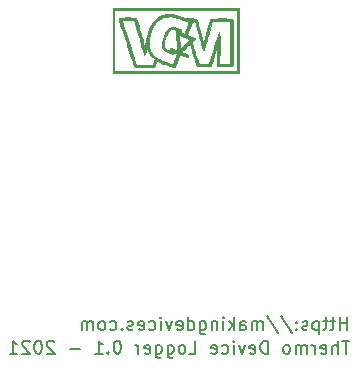
<source format=gbr>
%TF.GenerationSoftware,KiCad,Pcbnew,(5.1.10)-1*%
%TF.CreationDate,2021-09-16T11:14:36+02:00*%
%TF.ProjectId,ThermoDeviceLogger,54686572-6d6f-4446-9576-6963654c6f67,rev?*%
%TF.SameCoordinates,Original*%
%TF.FileFunction,Legend,Bot*%
%TF.FilePolarity,Positive*%
%FSLAX46Y46*%
G04 Gerber Fmt 4.6, Leading zero omitted, Abs format (unit mm)*
G04 Created by KiCad (PCBNEW (5.1.10)-1) date 2021-09-16 11:14:36*
%MOMM*%
%LPD*%
G01*
G04 APERTURE LIST*
%ADD10C,0.200000*%
%ADD11C,0.010000*%
G04 APERTURE END LIST*
D10*
X119485714Y-79997619D02*
X119485714Y-78897619D01*
X119485714Y-79421428D02*
X118857142Y-79421428D01*
X118857142Y-79997619D02*
X118857142Y-78897619D01*
X118490476Y-79264285D02*
X118071428Y-79264285D01*
X118333333Y-78897619D02*
X118333333Y-79840476D01*
X118280952Y-79945238D01*
X118176190Y-79997619D01*
X118071428Y-79997619D01*
X117861904Y-79264285D02*
X117442857Y-79264285D01*
X117704761Y-78897619D02*
X117704761Y-79840476D01*
X117652380Y-79945238D01*
X117547619Y-79997619D01*
X117442857Y-79997619D01*
X117076190Y-79264285D02*
X117076190Y-80364285D01*
X117076190Y-79316666D02*
X116971428Y-79264285D01*
X116761904Y-79264285D01*
X116657142Y-79316666D01*
X116604761Y-79369047D01*
X116552380Y-79473809D01*
X116552380Y-79788095D01*
X116604761Y-79892857D01*
X116657142Y-79945238D01*
X116761904Y-79997619D01*
X116971428Y-79997619D01*
X117076190Y-79945238D01*
X116133333Y-79945238D02*
X116028571Y-79997619D01*
X115819047Y-79997619D01*
X115714285Y-79945238D01*
X115661904Y-79840476D01*
X115661904Y-79788095D01*
X115714285Y-79683333D01*
X115819047Y-79630952D01*
X115976190Y-79630952D01*
X116080952Y-79578571D01*
X116133333Y-79473809D01*
X116133333Y-79421428D01*
X116080952Y-79316666D01*
X115976190Y-79264285D01*
X115819047Y-79264285D01*
X115714285Y-79316666D01*
X115190476Y-79892857D02*
X115138095Y-79945238D01*
X115190476Y-79997619D01*
X115242857Y-79945238D01*
X115190476Y-79892857D01*
X115190476Y-79997619D01*
X115190476Y-79316666D02*
X115138095Y-79369047D01*
X115190476Y-79421428D01*
X115242857Y-79369047D01*
X115190476Y-79316666D01*
X115190476Y-79421428D01*
X113880952Y-78845238D02*
X114823809Y-80259523D01*
X112728571Y-78845238D02*
X113671428Y-80259523D01*
X112361904Y-79997619D02*
X112361904Y-79264285D01*
X112361904Y-79369047D02*
X112309523Y-79316666D01*
X112204761Y-79264285D01*
X112047619Y-79264285D01*
X111942857Y-79316666D01*
X111890476Y-79421428D01*
X111890476Y-79997619D01*
X111890476Y-79421428D02*
X111838095Y-79316666D01*
X111733333Y-79264285D01*
X111576190Y-79264285D01*
X111471428Y-79316666D01*
X111419047Y-79421428D01*
X111419047Y-79997619D01*
X110423809Y-79997619D02*
X110423809Y-79421428D01*
X110476190Y-79316666D01*
X110580952Y-79264285D01*
X110790476Y-79264285D01*
X110895238Y-79316666D01*
X110423809Y-79945238D02*
X110528571Y-79997619D01*
X110790476Y-79997619D01*
X110895238Y-79945238D01*
X110947619Y-79840476D01*
X110947619Y-79735714D01*
X110895238Y-79630952D01*
X110790476Y-79578571D01*
X110528571Y-79578571D01*
X110423809Y-79526190D01*
X109900000Y-79997619D02*
X109900000Y-78897619D01*
X109795238Y-79578571D02*
X109480952Y-79997619D01*
X109480952Y-79264285D02*
X109900000Y-79683333D01*
X109009523Y-79997619D02*
X109009523Y-79264285D01*
X109009523Y-78897619D02*
X109061904Y-78950000D01*
X109009523Y-79002380D01*
X108957142Y-78950000D01*
X109009523Y-78897619D01*
X109009523Y-79002380D01*
X108485714Y-79264285D02*
X108485714Y-79997619D01*
X108485714Y-79369047D02*
X108433333Y-79316666D01*
X108328571Y-79264285D01*
X108171428Y-79264285D01*
X108066666Y-79316666D01*
X108014285Y-79421428D01*
X108014285Y-79997619D01*
X107019047Y-79264285D02*
X107019047Y-80154761D01*
X107071428Y-80259523D01*
X107123809Y-80311904D01*
X107228571Y-80364285D01*
X107385714Y-80364285D01*
X107490476Y-80311904D01*
X107019047Y-79945238D02*
X107123809Y-79997619D01*
X107333333Y-79997619D01*
X107438095Y-79945238D01*
X107490476Y-79892857D01*
X107542857Y-79788095D01*
X107542857Y-79473809D01*
X107490476Y-79369047D01*
X107438095Y-79316666D01*
X107333333Y-79264285D01*
X107123809Y-79264285D01*
X107019047Y-79316666D01*
X106023809Y-79997619D02*
X106023809Y-78897619D01*
X106023809Y-79945238D02*
X106128571Y-79997619D01*
X106338095Y-79997619D01*
X106442857Y-79945238D01*
X106495238Y-79892857D01*
X106547619Y-79788095D01*
X106547619Y-79473809D01*
X106495238Y-79369047D01*
X106442857Y-79316666D01*
X106338095Y-79264285D01*
X106128571Y-79264285D01*
X106023809Y-79316666D01*
X105080952Y-79945238D02*
X105185714Y-79997619D01*
X105395238Y-79997619D01*
X105500000Y-79945238D01*
X105552380Y-79840476D01*
X105552380Y-79421428D01*
X105500000Y-79316666D01*
X105395238Y-79264285D01*
X105185714Y-79264285D01*
X105080952Y-79316666D01*
X105028571Y-79421428D01*
X105028571Y-79526190D01*
X105552380Y-79630952D01*
X104661904Y-79264285D02*
X104400000Y-79997619D01*
X104138095Y-79264285D01*
X103719047Y-79997619D02*
X103719047Y-79264285D01*
X103719047Y-78897619D02*
X103771428Y-78950000D01*
X103719047Y-79002380D01*
X103666666Y-78950000D01*
X103719047Y-78897619D01*
X103719047Y-79002380D01*
X102723809Y-79945238D02*
X102828571Y-79997619D01*
X103038095Y-79997619D01*
X103142857Y-79945238D01*
X103195238Y-79892857D01*
X103247619Y-79788095D01*
X103247619Y-79473809D01*
X103195238Y-79369047D01*
X103142857Y-79316666D01*
X103038095Y-79264285D01*
X102828571Y-79264285D01*
X102723809Y-79316666D01*
X101833333Y-79945238D02*
X101938095Y-79997619D01*
X102147619Y-79997619D01*
X102252380Y-79945238D01*
X102304761Y-79840476D01*
X102304761Y-79421428D01*
X102252380Y-79316666D01*
X102147619Y-79264285D01*
X101938095Y-79264285D01*
X101833333Y-79316666D01*
X101780952Y-79421428D01*
X101780952Y-79526190D01*
X102304761Y-79630952D01*
X101361904Y-79945238D02*
X101257142Y-79997619D01*
X101047619Y-79997619D01*
X100942857Y-79945238D01*
X100890476Y-79840476D01*
X100890476Y-79788095D01*
X100942857Y-79683333D01*
X101047619Y-79630952D01*
X101204761Y-79630952D01*
X101309523Y-79578571D01*
X101361904Y-79473809D01*
X101361904Y-79421428D01*
X101309523Y-79316666D01*
X101204761Y-79264285D01*
X101047619Y-79264285D01*
X100942857Y-79316666D01*
X100419047Y-79892857D02*
X100366666Y-79945238D01*
X100419047Y-79997619D01*
X100471428Y-79945238D01*
X100419047Y-79892857D01*
X100419047Y-79997619D01*
X99423809Y-79945238D02*
X99528571Y-79997619D01*
X99738095Y-79997619D01*
X99842857Y-79945238D01*
X99895238Y-79892857D01*
X99947619Y-79788095D01*
X99947619Y-79473809D01*
X99895238Y-79369047D01*
X99842857Y-79316666D01*
X99738095Y-79264285D01*
X99528571Y-79264285D01*
X99423809Y-79316666D01*
X98795238Y-79997619D02*
X98900000Y-79945238D01*
X98952380Y-79892857D01*
X99004761Y-79788095D01*
X99004761Y-79473809D01*
X98952380Y-79369047D01*
X98900000Y-79316666D01*
X98795238Y-79264285D01*
X98638095Y-79264285D01*
X98533333Y-79316666D01*
X98480952Y-79369047D01*
X98428571Y-79473809D01*
X98428571Y-79788095D01*
X98480952Y-79892857D01*
X98533333Y-79945238D01*
X98638095Y-79997619D01*
X98795238Y-79997619D01*
X97957142Y-79997619D02*
X97957142Y-79264285D01*
X97957142Y-79369047D02*
X97904761Y-79316666D01*
X97800000Y-79264285D01*
X97642857Y-79264285D01*
X97538095Y-79316666D01*
X97485714Y-79421428D01*
X97485714Y-79997619D01*
X97485714Y-79421428D02*
X97433333Y-79316666D01*
X97328571Y-79264285D01*
X97171428Y-79264285D01*
X97066666Y-79316666D01*
X97014285Y-79421428D01*
X97014285Y-79997619D01*
X119680952Y-80897619D02*
X119052380Y-80897619D01*
X119366666Y-81997619D02*
X119366666Y-80897619D01*
X118685714Y-81997619D02*
X118685714Y-80897619D01*
X118214285Y-81997619D02*
X118214285Y-81421428D01*
X118266666Y-81316666D01*
X118371428Y-81264285D01*
X118528571Y-81264285D01*
X118633333Y-81316666D01*
X118685714Y-81369047D01*
X117271428Y-81945238D02*
X117376190Y-81997619D01*
X117585714Y-81997619D01*
X117690476Y-81945238D01*
X117742857Y-81840476D01*
X117742857Y-81421428D01*
X117690476Y-81316666D01*
X117585714Y-81264285D01*
X117376190Y-81264285D01*
X117271428Y-81316666D01*
X117219047Y-81421428D01*
X117219047Y-81526190D01*
X117742857Y-81630952D01*
X116747619Y-81997619D02*
X116747619Y-81264285D01*
X116747619Y-81473809D02*
X116695238Y-81369047D01*
X116642857Y-81316666D01*
X116538095Y-81264285D01*
X116433333Y-81264285D01*
X116066666Y-81997619D02*
X116066666Y-81264285D01*
X116066666Y-81369047D02*
X116014285Y-81316666D01*
X115909523Y-81264285D01*
X115752380Y-81264285D01*
X115647619Y-81316666D01*
X115595238Y-81421428D01*
X115595238Y-81997619D01*
X115595238Y-81421428D02*
X115542857Y-81316666D01*
X115438095Y-81264285D01*
X115280952Y-81264285D01*
X115176190Y-81316666D01*
X115123809Y-81421428D01*
X115123809Y-81997619D01*
X114442857Y-81997619D02*
X114547619Y-81945238D01*
X114600000Y-81892857D01*
X114652380Y-81788095D01*
X114652380Y-81473809D01*
X114600000Y-81369047D01*
X114547619Y-81316666D01*
X114442857Y-81264285D01*
X114285714Y-81264285D01*
X114180952Y-81316666D01*
X114128571Y-81369047D01*
X114076190Y-81473809D01*
X114076190Y-81788095D01*
X114128571Y-81892857D01*
X114180952Y-81945238D01*
X114285714Y-81997619D01*
X114442857Y-81997619D01*
X112766666Y-81997619D02*
X112766666Y-80897619D01*
X112504761Y-80897619D01*
X112347619Y-80950000D01*
X112242857Y-81054761D01*
X112190476Y-81159523D01*
X112138095Y-81369047D01*
X112138095Y-81526190D01*
X112190476Y-81735714D01*
X112242857Y-81840476D01*
X112347619Y-81945238D01*
X112504761Y-81997619D01*
X112766666Y-81997619D01*
X111247619Y-81945238D02*
X111352380Y-81997619D01*
X111561904Y-81997619D01*
X111666666Y-81945238D01*
X111719047Y-81840476D01*
X111719047Y-81421428D01*
X111666666Y-81316666D01*
X111561904Y-81264285D01*
X111352380Y-81264285D01*
X111247619Y-81316666D01*
X111195238Y-81421428D01*
X111195238Y-81526190D01*
X111719047Y-81630952D01*
X110828571Y-81264285D02*
X110566666Y-81997619D01*
X110304761Y-81264285D01*
X109885714Y-81997619D02*
X109885714Y-81264285D01*
X109885714Y-80897619D02*
X109938095Y-80950000D01*
X109885714Y-81002380D01*
X109833333Y-80950000D01*
X109885714Y-80897619D01*
X109885714Y-81002380D01*
X108890476Y-81945238D02*
X108995238Y-81997619D01*
X109204761Y-81997619D01*
X109309523Y-81945238D01*
X109361904Y-81892857D01*
X109414285Y-81788095D01*
X109414285Y-81473809D01*
X109361904Y-81369047D01*
X109309523Y-81316666D01*
X109204761Y-81264285D01*
X108995238Y-81264285D01*
X108890476Y-81316666D01*
X108000000Y-81945238D02*
X108104761Y-81997619D01*
X108314285Y-81997619D01*
X108419047Y-81945238D01*
X108471428Y-81840476D01*
X108471428Y-81421428D01*
X108419047Y-81316666D01*
X108314285Y-81264285D01*
X108104761Y-81264285D01*
X108000000Y-81316666D01*
X107947619Y-81421428D01*
X107947619Y-81526190D01*
X108471428Y-81630952D01*
X106114285Y-81997619D02*
X106638095Y-81997619D01*
X106638095Y-80897619D01*
X105590476Y-81997619D02*
X105695238Y-81945238D01*
X105747619Y-81892857D01*
X105800000Y-81788095D01*
X105800000Y-81473809D01*
X105747619Y-81369047D01*
X105695238Y-81316666D01*
X105590476Y-81264285D01*
X105433333Y-81264285D01*
X105328571Y-81316666D01*
X105276190Y-81369047D01*
X105223809Y-81473809D01*
X105223809Y-81788095D01*
X105276190Y-81892857D01*
X105328571Y-81945238D01*
X105433333Y-81997619D01*
X105590476Y-81997619D01*
X104280952Y-81264285D02*
X104280952Y-82154761D01*
X104333333Y-82259523D01*
X104385714Y-82311904D01*
X104490476Y-82364285D01*
X104647619Y-82364285D01*
X104752380Y-82311904D01*
X104280952Y-81945238D02*
X104385714Y-81997619D01*
X104595238Y-81997619D01*
X104700000Y-81945238D01*
X104752380Y-81892857D01*
X104804761Y-81788095D01*
X104804761Y-81473809D01*
X104752380Y-81369047D01*
X104700000Y-81316666D01*
X104595238Y-81264285D01*
X104385714Y-81264285D01*
X104280952Y-81316666D01*
X103285714Y-81264285D02*
X103285714Y-82154761D01*
X103338095Y-82259523D01*
X103390476Y-82311904D01*
X103495238Y-82364285D01*
X103652380Y-82364285D01*
X103757142Y-82311904D01*
X103285714Y-81945238D02*
X103390476Y-81997619D01*
X103600000Y-81997619D01*
X103704761Y-81945238D01*
X103757142Y-81892857D01*
X103809523Y-81788095D01*
X103809523Y-81473809D01*
X103757142Y-81369047D01*
X103704761Y-81316666D01*
X103600000Y-81264285D01*
X103390476Y-81264285D01*
X103285714Y-81316666D01*
X102342857Y-81945238D02*
X102447619Y-81997619D01*
X102657142Y-81997619D01*
X102761904Y-81945238D01*
X102814285Y-81840476D01*
X102814285Y-81421428D01*
X102761904Y-81316666D01*
X102657142Y-81264285D01*
X102447619Y-81264285D01*
X102342857Y-81316666D01*
X102290476Y-81421428D01*
X102290476Y-81526190D01*
X102814285Y-81630952D01*
X101819047Y-81997619D02*
X101819047Y-81264285D01*
X101819047Y-81473809D02*
X101766666Y-81369047D01*
X101714285Y-81316666D01*
X101609523Y-81264285D01*
X101504761Y-81264285D01*
X100090476Y-80897619D02*
X99985714Y-80897619D01*
X99880952Y-80950000D01*
X99828571Y-81002380D01*
X99776190Y-81107142D01*
X99723809Y-81316666D01*
X99723809Y-81578571D01*
X99776190Y-81788095D01*
X99828571Y-81892857D01*
X99880952Y-81945238D01*
X99985714Y-81997619D01*
X100090476Y-81997619D01*
X100195238Y-81945238D01*
X100247619Y-81892857D01*
X100300000Y-81788095D01*
X100352380Y-81578571D01*
X100352380Y-81316666D01*
X100300000Y-81107142D01*
X100247619Y-81002380D01*
X100195238Y-80950000D01*
X100090476Y-80897619D01*
X99252380Y-81892857D02*
X99200000Y-81945238D01*
X99252380Y-81997619D01*
X99304761Y-81945238D01*
X99252380Y-81892857D01*
X99252380Y-81997619D01*
X98152380Y-81997619D02*
X98780952Y-81997619D01*
X98466666Y-81997619D02*
X98466666Y-80897619D01*
X98571428Y-81054761D01*
X98676190Y-81159523D01*
X98780952Y-81211904D01*
X96842857Y-81578571D02*
X96004761Y-81578571D01*
X94695238Y-81002380D02*
X94642857Y-80950000D01*
X94538095Y-80897619D01*
X94276190Y-80897619D01*
X94171428Y-80950000D01*
X94119047Y-81002380D01*
X94066666Y-81107142D01*
X94066666Y-81211904D01*
X94119047Y-81369047D01*
X94747619Y-81997619D01*
X94066666Y-81997619D01*
X93385714Y-80897619D02*
X93280952Y-80897619D01*
X93176190Y-80950000D01*
X93123809Y-81002380D01*
X93071428Y-81107142D01*
X93019047Y-81316666D01*
X93019047Y-81578571D01*
X93071428Y-81788095D01*
X93123809Y-81892857D01*
X93176190Y-81945238D01*
X93280952Y-81997619D01*
X93385714Y-81997619D01*
X93490476Y-81945238D01*
X93542857Y-81892857D01*
X93595238Y-81788095D01*
X93647619Y-81578571D01*
X93647619Y-81316666D01*
X93595238Y-81107142D01*
X93542857Y-81002380D01*
X93490476Y-80950000D01*
X93385714Y-80897619D01*
X92600000Y-81002380D02*
X92547619Y-80950000D01*
X92442857Y-80897619D01*
X92180952Y-80897619D01*
X92076190Y-80950000D01*
X92023809Y-81002380D01*
X91971428Y-81107142D01*
X91971428Y-81211904D01*
X92023809Y-81369047D01*
X92652380Y-81997619D01*
X91971428Y-81997619D01*
X90923809Y-81997619D02*
X91552380Y-81997619D01*
X91238095Y-81997619D02*
X91238095Y-80897619D01*
X91342857Y-81054761D01*
X91447619Y-81159523D01*
X91552380Y-81211904D01*
D11*
%TO.C,G\u002A\u002A\u002A*%
G36*
X99650356Y-55515875D02*
G01*
X99645296Y-58272834D01*
X110333539Y-58272834D01*
X110328478Y-55515875D01*
X110323670Y-52896500D01*
X110185834Y-52896500D01*
X110185834Y-58082334D01*
X99793000Y-58082334D01*
X99793000Y-52896500D01*
X110185834Y-52896500D01*
X110323670Y-52896500D01*
X110323417Y-52758917D01*
X99655417Y-52758917D01*
X99650356Y-55515875D01*
G37*
X99650356Y-55515875D02*
X99645296Y-58272834D01*
X110333539Y-58272834D01*
X110328478Y-55515875D01*
X110323670Y-52896500D01*
X110185834Y-52896500D01*
X110185834Y-58082334D01*
X99793000Y-58082334D01*
X99793000Y-52896500D01*
X110185834Y-52896500D01*
X110323670Y-52896500D01*
X110323417Y-52758917D01*
X99655417Y-52758917D01*
X99650356Y-55515875D01*
G36*
X104417917Y-53246922D02*
G01*
X104292143Y-53247905D01*
X104197588Y-53250791D01*
X104123138Y-53257071D01*
X104057681Y-53268236D01*
X103990104Y-53285779D01*
X103909293Y-53311190D01*
X103888750Y-53317946D01*
X103784403Y-53355653D01*
X103680766Y-53398612D01*
X103593728Y-53440019D01*
X103560667Y-53458457D01*
X103508399Y-53494729D01*
X103439469Y-53548937D01*
X103360342Y-53615237D01*
X103277487Y-53687781D01*
X103197367Y-53760723D01*
X103126451Y-53828218D01*
X103071203Y-53884419D01*
X103038091Y-53923481D01*
X103031500Y-53936884D01*
X103020616Y-53963699D01*
X102992081Y-54014498D01*
X102952125Y-54078206D01*
X102895082Y-54165430D01*
X102856431Y-54225499D01*
X102831236Y-54266582D01*
X102814559Y-54296850D01*
X102801465Y-54324471D01*
X102796463Y-54335834D01*
X102770299Y-54395013D01*
X102744571Y-54452250D01*
X102696222Y-54571606D01*
X102644748Y-54721039D01*
X102593749Y-54888828D01*
X102546823Y-55063253D01*
X102513767Y-55203667D01*
X102486388Y-55324459D01*
X102455877Y-55451259D01*
X102424037Y-55577410D01*
X102392672Y-55696257D01*
X102363584Y-55801144D01*
X102338575Y-55885414D01*
X102319449Y-55942412D01*
X102308007Y-55965482D01*
X102307385Y-55965667D01*
X102292245Y-55948617D01*
X102290667Y-55936128D01*
X102285179Y-55910757D01*
X102269390Y-55848353D01*
X102244310Y-55752679D01*
X102210951Y-55627495D01*
X102170324Y-55476563D01*
X102123441Y-55303645D01*
X102071311Y-55112502D01*
X102014948Y-54906896D01*
X101973435Y-54756086D01*
X101902086Y-54498225D01*
X101840719Y-54278549D01*
X101788497Y-54094318D01*
X101744585Y-53942789D01*
X101708144Y-53821220D01*
X101678341Y-53726870D01*
X101654337Y-53656997D01*
X101635298Y-53608859D01*
X101620387Y-53579713D01*
X101611256Y-53568542D01*
X101595412Y-53558131D01*
X101572850Y-53549857D01*
X101538948Y-53543480D01*
X101489082Y-53538757D01*
X101418628Y-53535447D01*
X101322962Y-53533309D01*
X101197463Y-53532102D01*
X101037505Y-53531583D01*
X100901906Y-53531500D01*
X100716390Y-53531609D01*
X100568560Y-53532122D01*
X100453772Y-53533318D01*
X100367377Y-53535474D01*
X100304729Y-53538868D01*
X100261182Y-53543780D01*
X100232090Y-53550488D01*
X100212806Y-53559269D01*
X100198684Y-53570402D01*
X100195167Y-53573833D01*
X100160130Y-53637542D01*
X100152834Y-53695863D01*
X100159474Y-53724253D01*
X100178642Y-53789340D01*
X100209209Y-53887752D01*
X100250049Y-54016116D01*
X100300031Y-54171059D01*
X100358029Y-54349208D01*
X100422913Y-54547191D01*
X100493556Y-54761634D01*
X100568830Y-54989165D01*
X100647606Y-55226411D01*
X100728756Y-55469999D01*
X100811153Y-55716557D01*
X100893666Y-55962711D01*
X100975170Y-56205090D01*
X101054535Y-56440319D01*
X101130632Y-56665027D01*
X101202335Y-56875840D01*
X101268515Y-57069385D01*
X101328043Y-57242291D01*
X101379791Y-57391184D01*
X101422632Y-57512690D01*
X101455437Y-57603439D01*
X101477077Y-57660056D01*
X101484325Y-57676414D01*
X101517274Y-57715971D01*
X101540394Y-57730593D01*
X101568788Y-57733591D01*
X101634538Y-57736347D01*
X101732669Y-57738779D01*
X101858203Y-57740809D01*
X102006164Y-57742354D01*
X102171577Y-57743333D01*
X102345315Y-57743667D01*
X102546911Y-57743559D01*
X102710427Y-57743099D01*
X102840117Y-57742075D01*
X102940234Y-57740282D01*
X103015033Y-57737510D01*
X103068766Y-57733550D01*
X103105687Y-57728195D01*
X103130050Y-57721235D01*
X103146108Y-57712463D01*
X103155883Y-57703951D01*
X103179124Y-57667512D01*
X103209825Y-57601254D01*
X103243302Y-57515912D01*
X103264350Y-57455243D01*
X103294672Y-57366279D01*
X103321928Y-57292097D01*
X103342521Y-57242171D01*
X103351049Y-57226727D01*
X103381955Y-57221735D01*
X103435234Y-57239824D01*
X103438374Y-57241348D01*
X103612588Y-57323416D01*
X103762726Y-57385642D01*
X103899490Y-57432319D01*
X103952250Y-57447435D01*
X104048981Y-57476468D01*
X104145426Y-57509959D01*
X104222041Y-57541079D01*
X104227417Y-57543588D01*
X104275124Y-57562734D01*
X104350545Y-57589099D01*
X104444531Y-57619892D01*
X104547932Y-57652320D01*
X104651598Y-57683591D01*
X104746379Y-57710913D01*
X104823125Y-57731494D01*
X104872685Y-57742541D01*
X104883102Y-57743667D01*
X104899134Y-57726209D01*
X104921287Y-57683342D01*
X104924904Y-57674875D01*
X104977052Y-57547927D01*
X105023433Y-57432315D01*
X105061656Y-57334231D01*
X105089329Y-57259863D01*
X105104061Y-57215403D01*
X105105834Y-57206603D01*
X105113384Y-57173376D01*
X105133643Y-57113071D01*
X105163024Y-57034428D01*
X105197941Y-56946183D01*
X105234805Y-56857075D01*
X105270029Y-56775843D01*
X105300028Y-56711224D01*
X105321214Y-56671957D01*
X105328503Y-56664167D01*
X105357070Y-56671411D01*
X105414368Y-56690716D01*
X105489810Y-56718446D01*
X105519067Y-56729671D01*
X105621459Y-56768516D01*
X105731649Y-56808954D01*
X105826820Y-56842620D01*
X105831965Y-56844382D01*
X105976012Y-56893589D01*
X105996006Y-56842378D01*
X106020202Y-56780383D01*
X106036868Y-56737660D01*
X106046873Y-56696171D01*
X106028472Y-56673480D01*
X106010409Y-56665252D01*
X105973514Y-56650930D01*
X105905979Y-56625088D01*
X105816775Y-56591146D01*
X105714871Y-56552524D01*
X105693593Y-56544477D01*
X105424102Y-56442604D01*
X105473635Y-56399927D01*
X105503903Y-56372526D01*
X105559268Y-56321140D01*
X105634168Y-56250979D01*
X105723044Y-56167254D01*
X105820336Y-56075176D01*
X105835364Y-56060917D01*
X105931425Y-55970694D01*
X106018320Y-55890883D01*
X106090983Y-55825994D01*
X106144344Y-55780536D01*
X106173335Y-55759020D01*
X106175815Y-55757974D01*
X106198437Y-55769056D01*
X106201926Y-55789724D01*
X106207400Y-55819079D01*
X106223926Y-55883474D01*
X106249973Y-55977527D01*
X106284009Y-56095857D01*
X106324504Y-56233083D01*
X106369928Y-56383824D01*
X106384427Y-56431334D01*
X106461472Y-56682834D01*
X106527257Y-56896904D01*
X106582820Y-57076623D01*
X106629198Y-57225067D01*
X106667430Y-57345315D01*
X106698555Y-57440444D01*
X106723609Y-57513532D01*
X106743632Y-57567656D01*
X106759662Y-57605895D01*
X106772736Y-57631325D01*
X106783893Y-57647026D01*
X106794172Y-57656074D01*
X106798404Y-57658592D01*
X106832527Y-57665426D01*
X106904584Y-57671161D01*
X107010188Y-57675627D01*
X107144951Y-57678656D01*
X107304484Y-57680079D01*
X107358692Y-57680167D01*
X107529485Y-57680309D01*
X107663193Y-57679361D01*
X107765055Y-57675260D01*
X107840307Y-57665946D01*
X107894188Y-57649355D01*
X107931934Y-57623428D01*
X107958785Y-57586100D01*
X107979977Y-57535312D01*
X108000748Y-57469001D01*
X108014899Y-57421854D01*
X108033803Y-57359613D01*
X108063066Y-57262991D01*
X108100827Y-57138140D01*
X108145227Y-56991213D01*
X108194407Y-56828361D01*
X108246508Y-56655736D01*
X108285753Y-56525640D01*
X108503084Y-55805029D01*
X108496733Y-56699205D01*
X108495236Y-56917134D01*
X108494235Y-57096677D01*
X108493887Y-57241779D01*
X108494347Y-57356389D01*
X108495772Y-57444450D01*
X108498317Y-57509910D01*
X108502138Y-57556715D01*
X108507391Y-57588810D01*
X108514232Y-57610142D01*
X108522817Y-57624657D01*
X108533301Y-57636300D01*
X108533775Y-57636774D01*
X108548464Y-57649724D01*
X108566910Y-57659806D01*
X108594184Y-57667378D01*
X108635358Y-57672799D01*
X108695503Y-57676427D01*
X108779692Y-57678619D01*
X108892996Y-57679733D01*
X109040487Y-57680127D01*
X109148667Y-57680167D01*
X109319489Y-57680022D01*
X109453039Y-57679356D01*
X109554378Y-57677820D01*
X109628566Y-57675064D01*
X109680665Y-57670739D01*
X109715735Y-57664496D01*
X109738838Y-57655987D01*
X109755034Y-57644863D01*
X109762500Y-57637833D01*
X109769696Y-57629897D01*
X109776026Y-57619645D01*
X109781547Y-57604474D01*
X109786313Y-57581780D01*
X109790380Y-57548958D01*
X109793804Y-57503405D01*
X109794443Y-57489667D01*
X109614334Y-57489667D01*
X108680759Y-57489667D01*
X108684266Y-56140292D01*
X108684926Y-55867808D01*
X108685333Y-55634609D01*
X108685408Y-55437651D01*
X108685074Y-55273885D01*
X108684256Y-55140264D01*
X108682874Y-55033743D01*
X108680854Y-54951273D01*
X108678116Y-54889809D01*
X108674585Y-54846304D01*
X108670183Y-54817710D01*
X108664833Y-54800981D01*
X108658458Y-54793070D01*
X108650981Y-54790931D01*
X108650129Y-54790917D01*
X108640867Y-54796363D01*
X108628850Y-54814469D01*
X108613204Y-54847888D01*
X108593053Y-54899274D01*
X108567523Y-54971279D01*
X108535739Y-55066556D01*
X108496828Y-55187758D01*
X108449915Y-55337539D01*
X108394125Y-55518550D01*
X108328583Y-55733446D01*
X108252416Y-55984880D01*
X108207096Y-56135000D01*
X107801709Y-57479084D01*
X107354661Y-57484792D01*
X106907613Y-57490501D01*
X106833740Y-57251959D01*
X106771784Y-57051343D01*
X106709398Y-56848299D01*
X106647828Y-56646967D01*
X106588321Y-56451491D01*
X106532124Y-56266009D01*
X106480484Y-56094665D01*
X106434647Y-55941600D01*
X106395861Y-55810954D01*
X106365373Y-55706869D01*
X106344428Y-55633486D01*
X106334274Y-55594948D01*
X106333501Y-55590433D01*
X106349556Y-55558774D01*
X106362348Y-55548677D01*
X106427741Y-55503362D01*
X106491935Y-55447527D01*
X106545757Y-55390557D01*
X106554567Y-55378034D01*
X106223450Y-55378034D01*
X106050933Y-55541028D01*
X105971654Y-55615911D01*
X105872559Y-55709482D01*
X105764623Y-55811377D01*
X105658823Y-55911234D01*
X105626075Y-55942137D01*
X105521279Y-56039026D01*
X105443693Y-56106081D01*
X105391761Y-56144527D01*
X105363928Y-56155587D01*
X105359036Y-56152334D01*
X105350522Y-56118991D01*
X105341167Y-56055702D01*
X105332712Y-55974775D01*
X105331088Y-55955084D01*
X105322224Y-55851639D01*
X105310588Y-55729025D01*
X105298372Y-55610111D01*
X105295598Y-55584667D01*
X105274932Y-55390775D01*
X105260415Y-55238296D01*
X105252013Y-55126765D01*
X105249692Y-55055715D01*
X105253418Y-55024680D01*
X105254591Y-55023385D01*
X105277737Y-55027868D01*
X105333611Y-55045394D01*
X105415487Y-55073657D01*
X105516638Y-55110351D01*
X105604834Y-55143435D01*
X105729093Y-55190667D01*
X105851347Y-55237103D01*
X105961068Y-55278745D01*
X106047731Y-55311599D01*
X106082683Y-55324826D01*
X106223450Y-55378034D01*
X106554567Y-55378034D01*
X106580035Y-55341834D01*
X106587500Y-55318358D01*
X106582580Y-55295357D01*
X106563460Y-55273942D01*
X106523598Y-55250159D01*
X106456454Y-55220052D01*
X106362878Y-55182554D01*
X106260278Y-55143078D01*
X106160609Y-55105833D01*
X106077247Y-55075763D01*
X106034795Y-55061317D01*
X105976195Y-55039659D01*
X105938695Y-55020551D01*
X105931334Y-55012472D01*
X105938640Y-54984968D01*
X105957953Y-54928654D01*
X105985366Y-54853948D01*
X106016969Y-54771268D01*
X106048855Y-54691030D01*
X106077117Y-54623654D01*
X106077627Y-54622489D01*
X106107509Y-54552011D01*
X106134141Y-54485507D01*
X106138712Y-54473417D01*
X106198503Y-54314123D01*
X106246519Y-54190698D01*
X106284591Y-54098923D01*
X106314550Y-54034579D01*
X106338225Y-53993449D01*
X106356053Y-53972463D01*
X106374674Y-53947210D01*
X106063758Y-53947210D01*
X106061890Y-53974511D01*
X106046456Y-54033489D01*
X106019786Y-54116591D01*
X105984210Y-54216258D01*
X105965835Y-54264710D01*
X105918357Y-54387654D01*
X105869287Y-54514693D01*
X105823951Y-54632044D01*
X105787673Y-54725923D01*
X105783005Y-54738000D01*
X105751822Y-54817874D01*
X105726514Y-54881214D01*
X105710801Y-54918783D01*
X105707731Y-54924984D01*
X105685838Y-54922874D01*
X105637771Y-54908256D01*
X105575991Y-54885923D01*
X105512963Y-54860667D01*
X105461147Y-54837278D01*
X105433007Y-54820550D01*
X105431518Y-54818785D01*
X105429672Y-54788870D01*
X105437898Y-54733468D01*
X105446421Y-54696156D01*
X105458763Y-54637496D01*
X105271107Y-54637496D01*
X105250169Y-54697561D01*
X105229230Y-54757625D01*
X105120657Y-54716371D01*
X105050693Y-54694543D01*
X105004238Y-54689859D01*
X104992759Y-54694442D01*
X104986448Y-54724886D01*
X104986861Y-54796259D01*
X104993936Y-54907705D01*
X105007609Y-55058368D01*
X105027819Y-55247391D01*
X105042361Y-55373000D01*
X105056099Y-55494724D01*
X105069942Y-55627597D01*
X105083331Y-55765022D01*
X105095704Y-55900398D01*
X105106500Y-56027126D01*
X105115159Y-56138606D01*
X105121121Y-56228240D01*
X105123823Y-56289429D01*
X105122707Y-56315571D01*
X105122474Y-56315916D01*
X105098720Y-56314378D01*
X105046393Y-56299941D01*
X104976153Y-56275612D01*
X104965654Y-56271648D01*
X104892136Y-56244173D01*
X104806163Y-56212892D01*
X104717163Y-56181123D01*
X104634564Y-56152184D01*
X104567795Y-56129394D01*
X104526284Y-56116070D01*
X104517707Y-56113981D01*
X104506728Y-56131502D01*
X104485225Y-56176504D01*
X104469306Y-56212647D01*
X104445645Y-56274638D01*
X104444342Y-56313411D01*
X104471083Y-56338739D01*
X104531552Y-56360400D01*
X104559898Y-56368414D01*
X104614394Y-56388097D01*
X104649258Y-56409093D01*
X104652507Y-56413010D01*
X104650291Y-56427350D01*
X104626943Y-56423618D01*
X104587520Y-56411549D01*
X104521526Y-56391437D01*
X104442898Y-56367532D01*
X104439084Y-56366373D01*
X104278140Y-56300394D01*
X104146733Y-56210334D01*
X104048625Y-56099073D01*
X104016204Y-56042572D01*
X103986541Y-55976694D01*
X103971256Y-55921867D01*
X103967560Y-55860641D01*
X103972667Y-55775562D01*
X103972972Y-55771921D01*
X103986725Y-55639834D01*
X104004360Y-55517009D01*
X104024263Y-55412252D01*
X104044818Y-55334369D01*
X104059677Y-55298917D01*
X104083361Y-55246189D01*
X104099446Y-55193818D01*
X104144002Y-55056385D01*
X104211002Y-54917730D01*
X104294103Y-54787012D01*
X104386964Y-54673390D01*
X104483242Y-54586024D01*
X104548024Y-54545996D01*
X104626870Y-54519181D01*
X104719504Y-54510743D01*
X104832290Y-54521118D01*
X104971589Y-54550742D01*
X105087929Y-54583063D01*
X105271107Y-54637496D01*
X105458763Y-54637496D01*
X105460819Y-54627726D01*
X105459962Y-54585833D01*
X105446980Y-54561071D01*
X105417517Y-54542617D01*
X105356438Y-54515454D01*
X105272619Y-54483216D01*
X105174937Y-54449540D01*
X105173436Y-54449050D01*
X105056818Y-54412585D01*
X104965741Y-54388829D01*
X104886271Y-54375205D01*
X104804472Y-54369132D01*
X104735417Y-54367985D01*
X104601956Y-54374400D01*
X104496156Y-54397349D01*
X104405062Y-54441430D01*
X104315720Y-54511239D01*
X104305636Y-54520507D01*
X104243846Y-54590050D01*
X104175748Y-54685665D01*
X104109690Y-54793710D01*
X104054017Y-54900539D01*
X104017232Y-54992000D01*
X103993780Y-55064163D01*
X103972306Y-55125033D01*
X103962068Y-55150750D01*
X103944038Y-55198027D01*
X103920452Y-55268939D01*
X103894811Y-55351709D01*
X103870615Y-55434557D01*
X103851365Y-55505706D01*
X103840563Y-55553377D01*
X103839388Y-55563500D01*
X103837519Y-55598733D01*
X103832808Y-55663524D01*
X103826187Y-55745268D01*
X103824540Y-55764584D01*
X103824740Y-55923112D01*
X103857271Y-56064438D01*
X103925684Y-56202285D01*
X103945790Y-56233340D01*
X104021832Y-56314703D01*
X104139195Y-56394600D01*
X104296876Y-56472533D01*
X104493874Y-56548004D01*
X104717737Y-56617307D01*
X104739947Y-56604093D01*
X104764206Y-56562636D01*
X104769614Y-56548954D01*
X104792292Y-56500318D01*
X104814127Y-56474789D01*
X104818209Y-56473667D01*
X104851433Y-56480992D01*
X104905848Y-56499546D01*
X104968901Y-56524198D01*
X105028040Y-56549815D01*
X105070710Y-56571266D01*
X105084667Y-56582593D01*
X105077435Y-56606542D01*
X105057681Y-56661956D01*
X105028321Y-56740882D01*
X104992269Y-56835367D01*
X104987666Y-56847284D01*
X104943259Y-56963421D01*
X104897718Y-57084752D01*
X104856932Y-57195475D01*
X104831112Y-57267417D01*
X104801829Y-57350028D01*
X104776459Y-57420421D01*
X104759368Y-57466524D01*
X104756516Y-57473792D01*
X104726005Y-57507247D01*
X104684640Y-57502625D01*
X104670859Y-57492414D01*
X104641955Y-57477849D01*
X104583887Y-57456154D01*
X104508260Y-57431602D01*
X104494171Y-57427356D01*
X104412215Y-57401080D01*
X104341527Y-57375106D01*
X104296072Y-57354611D01*
X104293087Y-57352835D01*
X104254971Y-57335312D01*
X104186778Y-57309776D01*
X104099084Y-57280023D01*
X104026334Y-57257060D01*
X103902065Y-57217692D01*
X103796448Y-57180290D01*
X103692110Y-57138174D01*
X103571678Y-57084665D01*
X103539500Y-57069870D01*
X103505265Y-57050730D01*
X103181314Y-57050730D01*
X103103559Y-57286073D01*
X103072224Y-57379975D01*
X103045276Y-57458989D01*
X103025690Y-57514503D01*
X103016640Y-57537583D01*
X102994022Y-57541343D01*
X102934170Y-57544451D01*
X102842176Y-57546828D01*
X102723136Y-57548396D01*
X102582143Y-57549077D01*
X102424291Y-57548791D01*
X102328760Y-57548167D01*
X101650045Y-57542584D01*
X101007314Y-55648167D01*
X100915018Y-55375967D01*
X100826688Y-55115144D01*
X100743263Y-54868490D01*
X100665681Y-54638794D01*
X100594881Y-54428847D01*
X100531803Y-54241440D01*
X100477386Y-54079364D01*
X100432567Y-53945408D01*
X100398287Y-53842363D01*
X100375484Y-53773020D01*
X100365098Y-53740169D01*
X100364542Y-53737875D01*
X100384775Y-53733642D01*
X100441810Y-53729848D01*
X100530117Y-53726649D01*
X100644165Y-53724202D01*
X100778425Y-53722661D01*
X100920125Y-53722181D01*
X101475750Y-53722362D01*
X101739642Y-54679973D01*
X101799251Y-54897160D01*
X101860309Y-55121241D01*
X101920841Y-55344855D01*
X101978871Y-55560643D01*
X102032423Y-55761245D01*
X102079520Y-55939302D01*
X102118188Y-56087454D01*
X102133124Y-56145584D01*
X102180553Y-56328755D01*
X102220098Y-56471520D01*
X102253492Y-56574700D01*
X102282472Y-56639114D01*
X102308771Y-56665581D01*
X102334125Y-56654923D01*
X102360268Y-56607958D01*
X102388935Y-56525508D01*
X102421861Y-56408391D01*
X102451020Y-56295842D01*
X102531389Y-55980433D01*
X102560343Y-56126508D01*
X102613089Y-56314910D01*
X102696160Y-56493374D01*
X102812882Y-56667417D01*
X102966579Y-56842555D01*
X103029662Y-56905073D01*
X103181314Y-57050730D01*
X103505265Y-57050730D01*
X103381944Y-56981785D01*
X103226803Y-56867063D01*
X103082393Y-56733889D01*
X102957030Y-56590448D01*
X102859026Y-56444927D01*
X102815652Y-56357250D01*
X102764199Y-56230018D01*
X102728065Y-56127253D01*
X102704138Y-56035310D01*
X102689306Y-55940544D01*
X102680457Y-55829310D01*
X102676680Y-55747817D01*
X102674148Y-55589454D01*
X102678880Y-55443903D01*
X102690389Y-55324926D01*
X102692072Y-55313900D01*
X102705572Y-55249022D01*
X102728567Y-55158763D01*
X102758542Y-55051237D01*
X102792979Y-54934555D01*
X102829363Y-54816830D01*
X102865177Y-54706174D01*
X102897904Y-54610699D01*
X102925028Y-54538519D01*
X102944033Y-54497745D01*
X102946225Y-54494584D01*
X102964883Y-54459082D01*
X102979039Y-54420500D01*
X103003028Y-54367712D01*
X103040209Y-54308697D01*
X103045129Y-54302086D01*
X103077184Y-54256266D01*
X103094179Y-54224718D01*
X103095000Y-54220782D01*
X103108337Y-54190573D01*
X103143823Y-54137834D01*
X103194675Y-54070935D01*
X103254108Y-53998250D01*
X103315339Y-53928148D01*
X103371583Y-53869002D01*
X103405501Y-53837631D01*
X103472265Y-53781421D01*
X103536988Y-53726855D01*
X103569983Y-53698991D01*
X103664163Y-53634780D01*
X103789559Y-53572013D01*
X103935185Y-53515486D01*
X104090057Y-53469992D01*
X104100417Y-53467475D01*
X104177850Y-53455649D01*
X104284814Y-53448210D01*
X104408734Y-53445169D01*
X104537034Y-53446539D01*
X104657139Y-53452330D01*
X104756473Y-53462555D01*
X104782197Y-53466836D01*
X104844850Y-53481851D01*
X104934950Y-53507452D01*
X105040084Y-53539955D01*
X105140200Y-53573057D01*
X105254486Y-53612146D01*
X105393347Y-53659626D01*
X105541300Y-53710203D01*
X105682861Y-53758583D01*
X105719667Y-53771160D01*
X105829469Y-53809825D01*
X105923695Y-53845193D01*
X105995672Y-53874582D01*
X106038723Y-53895308D01*
X106048075Y-53903173D01*
X106058738Y-53938262D01*
X106063758Y-53947210D01*
X106374674Y-53947210D01*
X106390346Y-53925957D01*
X106410408Y-53871921D01*
X106424011Y-53828293D01*
X106450801Y-53810140D01*
X106500853Y-53806667D01*
X106578247Y-53806667D01*
X106857614Y-54785625D01*
X106916261Y-54991841D01*
X106973420Y-55194155D01*
X107027593Y-55387180D01*
X107077287Y-55565528D01*
X107121003Y-55723812D01*
X107157246Y-55856644D01*
X107184521Y-55958636D01*
X107199238Y-56015855D01*
X107233744Y-56147365D01*
X107263637Y-56239824D01*
X107290648Y-56292852D01*
X107316509Y-56306072D01*
X107342950Y-56279103D01*
X107371705Y-56211569D01*
X107404503Y-56103089D01*
X107440663Y-55963059D01*
X107464073Y-55871766D01*
X107497526Y-55746063D01*
X107539299Y-55592204D01*
X107587664Y-55416441D01*
X107640897Y-55225030D01*
X107697272Y-55024223D01*
X107755064Y-54820275D01*
X107781566Y-54727417D01*
X108041949Y-53817250D01*
X108828142Y-53811701D01*
X109614334Y-53806152D01*
X109614334Y-57489667D01*
X109794443Y-57489667D01*
X109796639Y-57442517D01*
X109798942Y-57363689D01*
X109800767Y-57264318D01*
X109802171Y-57141800D01*
X109803208Y-56993531D01*
X109803933Y-56816907D01*
X109804403Y-56609324D01*
X109804673Y-56368177D01*
X109804797Y-56090864D01*
X109804832Y-55774780D01*
X109804834Y-55648167D01*
X109804818Y-55317157D01*
X109804732Y-55025877D01*
X109804523Y-54771722D01*
X109804133Y-54552089D01*
X109803508Y-54364373D01*
X109802592Y-54205971D01*
X109801330Y-54074278D01*
X109799666Y-53966691D01*
X109797546Y-53880605D01*
X109794913Y-53813417D01*
X109791712Y-53762523D01*
X109787888Y-53725318D01*
X109783386Y-53699199D01*
X109778149Y-53681562D01*
X109772124Y-53669802D01*
X109765253Y-53661317D01*
X109762501Y-53658500D01*
X109750672Y-53648044D01*
X109735433Y-53639466D01*
X109712781Y-53632583D01*
X109678713Y-53627206D01*
X109629227Y-53623152D01*
X109560320Y-53620233D01*
X109467988Y-53618264D01*
X109348230Y-53617059D01*
X109197041Y-53616432D01*
X109010420Y-53616197D01*
X108850942Y-53616167D01*
X108639528Y-53616660D01*
X108449597Y-53618087D01*
X108284622Y-53620369D01*
X108148075Y-53623430D01*
X108043428Y-53627191D01*
X107974152Y-53631575D01*
X107943720Y-53636502D01*
X107943679Y-53636525D01*
X107908089Y-53670538D01*
X107881938Y-53715900D01*
X107869604Y-53752430D01*
X107847733Y-53823377D01*
X107817735Y-53923793D01*
X107781017Y-54048731D01*
X107738985Y-54193244D01*
X107693048Y-54352385D01*
X107644612Y-54521206D01*
X107595086Y-54694760D01*
X107545877Y-54868100D01*
X107498392Y-55036279D01*
X107454038Y-55194350D01*
X107414224Y-55337365D01*
X107380357Y-55460377D01*
X107353844Y-55558439D01*
X107336093Y-55626604D01*
X107328510Y-55659924D01*
X107328334Y-55661793D01*
X107323856Y-55687484D01*
X107318697Y-55687919D01*
X107311162Y-55666261D01*
X107293224Y-55607806D01*
X107266029Y-55516488D01*
X107230725Y-55396237D01*
X107188462Y-55250984D01*
X107140385Y-55084660D01*
X107087643Y-54901198D01*
X107031384Y-54704528D01*
X107022585Y-54673683D01*
X106945110Y-54404090D01*
X106878033Y-54175136D01*
X106821373Y-53986885D01*
X106775149Y-53839398D01*
X106739380Y-53732738D01*
X106714087Y-53666965D01*
X106700093Y-53642625D01*
X106668644Y-53631634D01*
X106606432Y-53623748D01*
X106510124Y-53618748D01*
X106376387Y-53616409D01*
X106302740Y-53616167D01*
X106165685Y-53615624D01*
X106061746Y-53613381D01*
X105981711Y-53608516D01*
X105916370Y-53600109D01*
X105856512Y-53587238D01*
X105792926Y-53568983D01*
X105775160Y-53563404D01*
X105683666Y-53534916D01*
X105595561Y-53508408D01*
X105528102Y-53489057D01*
X105521417Y-53487249D01*
X105441654Y-53461956D01*
X105360034Y-53430397D01*
X105349250Y-53425646D01*
X105288327Y-53402296D01*
X105202388Y-53374507D01*
X105107649Y-53347441D01*
X105084667Y-53341437D01*
X104990454Y-53316976D01*
X104900965Y-53293103D01*
X104832314Y-53274134D01*
X104820084Y-53270601D01*
X104764590Y-53260973D01*
X104675717Y-53253462D01*
X104562389Y-53248592D01*
X104433529Y-53246890D01*
X104417917Y-53246922D01*
G37*
X104417917Y-53246922D02*
X104292143Y-53247905D01*
X104197588Y-53250791D01*
X104123138Y-53257071D01*
X104057681Y-53268236D01*
X103990104Y-53285779D01*
X103909293Y-53311190D01*
X103888750Y-53317946D01*
X103784403Y-53355653D01*
X103680766Y-53398612D01*
X103593728Y-53440019D01*
X103560667Y-53458457D01*
X103508399Y-53494729D01*
X103439469Y-53548937D01*
X103360342Y-53615237D01*
X103277487Y-53687781D01*
X103197367Y-53760723D01*
X103126451Y-53828218D01*
X103071203Y-53884419D01*
X103038091Y-53923481D01*
X103031500Y-53936884D01*
X103020616Y-53963699D01*
X102992081Y-54014498D01*
X102952125Y-54078206D01*
X102895082Y-54165430D01*
X102856431Y-54225499D01*
X102831236Y-54266582D01*
X102814559Y-54296850D01*
X102801465Y-54324471D01*
X102796463Y-54335834D01*
X102770299Y-54395013D01*
X102744571Y-54452250D01*
X102696222Y-54571606D01*
X102644748Y-54721039D01*
X102593749Y-54888828D01*
X102546823Y-55063253D01*
X102513767Y-55203667D01*
X102486388Y-55324459D01*
X102455877Y-55451259D01*
X102424037Y-55577410D01*
X102392672Y-55696257D01*
X102363584Y-55801144D01*
X102338575Y-55885414D01*
X102319449Y-55942412D01*
X102308007Y-55965482D01*
X102307385Y-55965667D01*
X102292245Y-55948617D01*
X102290667Y-55936128D01*
X102285179Y-55910757D01*
X102269390Y-55848353D01*
X102244310Y-55752679D01*
X102210951Y-55627495D01*
X102170324Y-55476563D01*
X102123441Y-55303645D01*
X102071311Y-55112502D01*
X102014948Y-54906896D01*
X101973435Y-54756086D01*
X101902086Y-54498225D01*
X101840719Y-54278549D01*
X101788497Y-54094318D01*
X101744585Y-53942789D01*
X101708144Y-53821220D01*
X101678341Y-53726870D01*
X101654337Y-53656997D01*
X101635298Y-53608859D01*
X101620387Y-53579713D01*
X101611256Y-53568542D01*
X101595412Y-53558131D01*
X101572850Y-53549857D01*
X101538948Y-53543480D01*
X101489082Y-53538757D01*
X101418628Y-53535447D01*
X101322962Y-53533309D01*
X101197463Y-53532102D01*
X101037505Y-53531583D01*
X100901906Y-53531500D01*
X100716390Y-53531609D01*
X100568560Y-53532122D01*
X100453772Y-53533318D01*
X100367377Y-53535474D01*
X100304729Y-53538868D01*
X100261182Y-53543780D01*
X100232090Y-53550488D01*
X100212806Y-53559269D01*
X100198684Y-53570402D01*
X100195167Y-53573833D01*
X100160130Y-53637542D01*
X100152834Y-53695863D01*
X100159474Y-53724253D01*
X100178642Y-53789340D01*
X100209209Y-53887752D01*
X100250049Y-54016116D01*
X100300031Y-54171059D01*
X100358029Y-54349208D01*
X100422913Y-54547191D01*
X100493556Y-54761634D01*
X100568830Y-54989165D01*
X100647606Y-55226411D01*
X100728756Y-55469999D01*
X100811153Y-55716557D01*
X100893666Y-55962711D01*
X100975170Y-56205090D01*
X101054535Y-56440319D01*
X101130632Y-56665027D01*
X101202335Y-56875840D01*
X101268515Y-57069385D01*
X101328043Y-57242291D01*
X101379791Y-57391184D01*
X101422632Y-57512690D01*
X101455437Y-57603439D01*
X101477077Y-57660056D01*
X101484325Y-57676414D01*
X101517274Y-57715971D01*
X101540394Y-57730593D01*
X101568788Y-57733591D01*
X101634538Y-57736347D01*
X101732669Y-57738779D01*
X101858203Y-57740809D01*
X102006164Y-57742354D01*
X102171577Y-57743333D01*
X102345315Y-57743667D01*
X102546911Y-57743559D01*
X102710427Y-57743099D01*
X102840117Y-57742075D01*
X102940234Y-57740282D01*
X103015033Y-57737510D01*
X103068766Y-57733550D01*
X103105687Y-57728195D01*
X103130050Y-57721235D01*
X103146108Y-57712463D01*
X103155883Y-57703951D01*
X103179124Y-57667512D01*
X103209825Y-57601254D01*
X103243302Y-57515912D01*
X103264350Y-57455243D01*
X103294672Y-57366279D01*
X103321928Y-57292097D01*
X103342521Y-57242171D01*
X103351049Y-57226727D01*
X103381955Y-57221735D01*
X103435234Y-57239824D01*
X103438374Y-57241348D01*
X103612588Y-57323416D01*
X103762726Y-57385642D01*
X103899490Y-57432319D01*
X103952250Y-57447435D01*
X104048981Y-57476468D01*
X104145426Y-57509959D01*
X104222041Y-57541079D01*
X104227417Y-57543588D01*
X104275124Y-57562734D01*
X104350545Y-57589099D01*
X104444531Y-57619892D01*
X104547932Y-57652320D01*
X104651598Y-57683591D01*
X104746379Y-57710913D01*
X104823125Y-57731494D01*
X104872685Y-57742541D01*
X104883102Y-57743667D01*
X104899134Y-57726209D01*
X104921287Y-57683342D01*
X104924904Y-57674875D01*
X104977052Y-57547927D01*
X105023433Y-57432315D01*
X105061656Y-57334231D01*
X105089329Y-57259863D01*
X105104061Y-57215403D01*
X105105834Y-57206603D01*
X105113384Y-57173376D01*
X105133643Y-57113071D01*
X105163024Y-57034428D01*
X105197941Y-56946183D01*
X105234805Y-56857075D01*
X105270029Y-56775843D01*
X105300028Y-56711224D01*
X105321214Y-56671957D01*
X105328503Y-56664167D01*
X105357070Y-56671411D01*
X105414368Y-56690716D01*
X105489810Y-56718446D01*
X105519067Y-56729671D01*
X105621459Y-56768516D01*
X105731649Y-56808954D01*
X105826820Y-56842620D01*
X105831965Y-56844382D01*
X105976012Y-56893589D01*
X105996006Y-56842378D01*
X106020202Y-56780383D01*
X106036868Y-56737660D01*
X106046873Y-56696171D01*
X106028472Y-56673480D01*
X106010409Y-56665252D01*
X105973514Y-56650930D01*
X105905979Y-56625088D01*
X105816775Y-56591146D01*
X105714871Y-56552524D01*
X105693593Y-56544477D01*
X105424102Y-56442604D01*
X105473635Y-56399927D01*
X105503903Y-56372526D01*
X105559268Y-56321140D01*
X105634168Y-56250979D01*
X105723044Y-56167254D01*
X105820336Y-56075176D01*
X105835364Y-56060917D01*
X105931425Y-55970694D01*
X106018320Y-55890883D01*
X106090983Y-55825994D01*
X106144344Y-55780536D01*
X106173335Y-55759020D01*
X106175815Y-55757974D01*
X106198437Y-55769056D01*
X106201926Y-55789724D01*
X106207400Y-55819079D01*
X106223926Y-55883474D01*
X106249973Y-55977527D01*
X106284009Y-56095857D01*
X106324504Y-56233083D01*
X106369928Y-56383824D01*
X106384427Y-56431334D01*
X106461472Y-56682834D01*
X106527257Y-56896904D01*
X106582820Y-57076623D01*
X106629198Y-57225067D01*
X106667430Y-57345315D01*
X106698555Y-57440444D01*
X106723609Y-57513532D01*
X106743632Y-57567656D01*
X106759662Y-57605895D01*
X106772736Y-57631325D01*
X106783893Y-57647026D01*
X106794172Y-57656074D01*
X106798404Y-57658592D01*
X106832527Y-57665426D01*
X106904584Y-57671161D01*
X107010188Y-57675627D01*
X107144951Y-57678656D01*
X107304484Y-57680079D01*
X107358692Y-57680167D01*
X107529485Y-57680309D01*
X107663193Y-57679361D01*
X107765055Y-57675260D01*
X107840307Y-57665946D01*
X107894188Y-57649355D01*
X107931934Y-57623428D01*
X107958785Y-57586100D01*
X107979977Y-57535312D01*
X108000748Y-57469001D01*
X108014899Y-57421854D01*
X108033803Y-57359613D01*
X108063066Y-57262991D01*
X108100827Y-57138140D01*
X108145227Y-56991213D01*
X108194407Y-56828361D01*
X108246508Y-56655736D01*
X108285753Y-56525640D01*
X108503084Y-55805029D01*
X108496733Y-56699205D01*
X108495236Y-56917134D01*
X108494235Y-57096677D01*
X108493887Y-57241779D01*
X108494347Y-57356389D01*
X108495772Y-57444450D01*
X108498317Y-57509910D01*
X108502138Y-57556715D01*
X108507391Y-57588810D01*
X108514232Y-57610142D01*
X108522817Y-57624657D01*
X108533301Y-57636300D01*
X108533775Y-57636774D01*
X108548464Y-57649724D01*
X108566910Y-57659806D01*
X108594184Y-57667378D01*
X108635358Y-57672799D01*
X108695503Y-57676427D01*
X108779692Y-57678619D01*
X108892996Y-57679733D01*
X109040487Y-57680127D01*
X109148667Y-57680167D01*
X109319489Y-57680022D01*
X109453039Y-57679356D01*
X109554378Y-57677820D01*
X109628566Y-57675064D01*
X109680665Y-57670739D01*
X109715735Y-57664496D01*
X109738838Y-57655987D01*
X109755034Y-57644863D01*
X109762500Y-57637833D01*
X109769696Y-57629897D01*
X109776026Y-57619645D01*
X109781547Y-57604474D01*
X109786313Y-57581780D01*
X109790380Y-57548958D01*
X109793804Y-57503405D01*
X109794443Y-57489667D01*
X109614334Y-57489667D01*
X108680759Y-57489667D01*
X108684266Y-56140292D01*
X108684926Y-55867808D01*
X108685333Y-55634609D01*
X108685408Y-55437651D01*
X108685074Y-55273885D01*
X108684256Y-55140264D01*
X108682874Y-55033743D01*
X108680854Y-54951273D01*
X108678116Y-54889809D01*
X108674585Y-54846304D01*
X108670183Y-54817710D01*
X108664833Y-54800981D01*
X108658458Y-54793070D01*
X108650981Y-54790931D01*
X108650129Y-54790917D01*
X108640867Y-54796363D01*
X108628850Y-54814469D01*
X108613204Y-54847888D01*
X108593053Y-54899274D01*
X108567523Y-54971279D01*
X108535739Y-55066556D01*
X108496828Y-55187758D01*
X108449915Y-55337539D01*
X108394125Y-55518550D01*
X108328583Y-55733446D01*
X108252416Y-55984880D01*
X108207096Y-56135000D01*
X107801709Y-57479084D01*
X107354661Y-57484792D01*
X106907613Y-57490501D01*
X106833740Y-57251959D01*
X106771784Y-57051343D01*
X106709398Y-56848299D01*
X106647828Y-56646967D01*
X106588321Y-56451491D01*
X106532124Y-56266009D01*
X106480484Y-56094665D01*
X106434647Y-55941600D01*
X106395861Y-55810954D01*
X106365373Y-55706869D01*
X106344428Y-55633486D01*
X106334274Y-55594948D01*
X106333501Y-55590433D01*
X106349556Y-55558774D01*
X106362348Y-55548677D01*
X106427741Y-55503362D01*
X106491935Y-55447527D01*
X106545757Y-55390557D01*
X106554567Y-55378034D01*
X106223450Y-55378034D01*
X106050933Y-55541028D01*
X105971654Y-55615911D01*
X105872559Y-55709482D01*
X105764623Y-55811377D01*
X105658823Y-55911234D01*
X105626075Y-55942137D01*
X105521279Y-56039026D01*
X105443693Y-56106081D01*
X105391761Y-56144527D01*
X105363928Y-56155587D01*
X105359036Y-56152334D01*
X105350522Y-56118991D01*
X105341167Y-56055702D01*
X105332712Y-55974775D01*
X105331088Y-55955084D01*
X105322224Y-55851639D01*
X105310588Y-55729025D01*
X105298372Y-55610111D01*
X105295598Y-55584667D01*
X105274932Y-55390775D01*
X105260415Y-55238296D01*
X105252013Y-55126765D01*
X105249692Y-55055715D01*
X105253418Y-55024680D01*
X105254591Y-55023385D01*
X105277737Y-55027868D01*
X105333611Y-55045394D01*
X105415487Y-55073657D01*
X105516638Y-55110351D01*
X105604834Y-55143435D01*
X105729093Y-55190667D01*
X105851347Y-55237103D01*
X105961068Y-55278745D01*
X106047731Y-55311599D01*
X106082683Y-55324826D01*
X106223450Y-55378034D01*
X106554567Y-55378034D01*
X106580035Y-55341834D01*
X106587500Y-55318358D01*
X106582580Y-55295357D01*
X106563460Y-55273942D01*
X106523598Y-55250159D01*
X106456454Y-55220052D01*
X106362878Y-55182554D01*
X106260278Y-55143078D01*
X106160609Y-55105833D01*
X106077247Y-55075763D01*
X106034795Y-55061317D01*
X105976195Y-55039659D01*
X105938695Y-55020551D01*
X105931334Y-55012472D01*
X105938640Y-54984968D01*
X105957953Y-54928654D01*
X105985366Y-54853948D01*
X106016969Y-54771268D01*
X106048855Y-54691030D01*
X106077117Y-54623654D01*
X106077627Y-54622489D01*
X106107509Y-54552011D01*
X106134141Y-54485507D01*
X106138712Y-54473417D01*
X106198503Y-54314123D01*
X106246519Y-54190698D01*
X106284591Y-54098923D01*
X106314550Y-54034579D01*
X106338225Y-53993449D01*
X106356053Y-53972463D01*
X106374674Y-53947210D01*
X106063758Y-53947210D01*
X106061890Y-53974511D01*
X106046456Y-54033489D01*
X106019786Y-54116591D01*
X105984210Y-54216258D01*
X105965835Y-54264710D01*
X105918357Y-54387654D01*
X105869287Y-54514693D01*
X105823951Y-54632044D01*
X105787673Y-54725923D01*
X105783005Y-54738000D01*
X105751822Y-54817874D01*
X105726514Y-54881214D01*
X105710801Y-54918783D01*
X105707731Y-54924984D01*
X105685838Y-54922874D01*
X105637771Y-54908256D01*
X105575991Y-54885923D01*
X105512963Y-54860667D01*
X105461147Y-54837278D01*
X105433007Y-54820550D01*
X105431518Y-54818785D01*
X105429672Y-54788870D01*
X105437898Y-54733468D01*
X105446421Y-54696156D01*
X105458763Y-54637496D01*
X105271107Y-54637496D01*
X105250169Y-54697561D01*
X105229230Y-54757625D01*
X105120657Y-54716371D01*
X105050693Y-54694543D01*
X105004238Y-54689859D01*
X104992759Y-54694442D01*
X104986448Y-54724886D01*
X104986861Y-54796259D01*
X104993936Y-54907705D01*
X105007609Y-55058368D01*
X105027819Y-55247391D01*
X105042361Y-55373000D01*
X105056099Y-55494724D01*
X105069942Y-55627597D01*
X105083331Y-55765022D01*
X105095704Y-55900398D01*
X105106500Y-56027126D01*
X105115159Y-56138606D01*
X105121121Y-56228240D01*
X105123823Y-56289429D01*
X105122707Y-56315571D01*
X105122474Y-56315916D01*
X105098720Y-56314378D01*
X105046393Y-56299941D01*
X104976153Y-56275612D01*
X104965654Y-56271648D01*
X104892136Y-56244173D01*
X104806163Y-56212892D01*
X104717163Y-56181123D01*
X104634564Y-56152184D01*
X104567795Y-56129394D01*
X104526284Y-56116070D01*
X104517707Y-56113981D01*
X104506728Y-56131502D01*
X104485225Y-56176504D01*
X104469306Y-56212647D01*
X104445645Y-56274638D01*
X104444342Y-56313411D01*
X104471083Y-56338739D01*
X104531552Y-56360400D01*
X104559898Y-56368414D01*
X104614394Y-56388097D01*
X104649258Y-56409093D01*
X104652507Y-56413010D01*
X104650291Y-56427350D01*
X104626943Y-56423618D01*
X104587520Y-56411549D01*
X104521526Y-56391437D01*
X104442898Y-56367532D01*
X104439084Y-56366373D01*
X104278140Y-56300394D01*
X104146733Y-56210334D01*
X104048625Y-56099073D01*
X104016204Y-56042572D01*
X103986541Y-55976694D01*
X103971256Y-55921867D01*
X103967560Y-55860641D01*
X103972667Y-55775562D01*
X103972972Y-55771921D01*
X103986725Y-55639834D01*
X104004360Y-55517009D01*
X104024263Y-55412252D01*
X104044818Y-55334369D01*
X104059677Y-55298917D01*
X104083361Y-55246189D01*
X104099446Y-55193818D01*
X104144002Y-55056385D01*
X104211002Y-54917730D01*
X104294103Y-54787012D01*
X104386964Y-54673390D01*
X104483242Y-54586024D01*
X104548024Y-54545996D01*
X104626870Y-54519181D01*
X104719504Y-54510743D01*
X104832290Y-54521118D01*
X104971589Y-54550742D01*
X105087929Y-54583063D01*
X105271107Y-54637496D01*
X105458763Y-54637496D01*
X105460819Y-54627726D01*
X105459962Y-54585833D01*
X105446980Y-54561071D01*
X105417517Y-54542617D01*
X105356438Y-54515454D01*
X105272619Y-54483216D01*
X105174937Y-54449540D01*
X105173436Y-54449050D01*
X105056818Y-54412585D01*
X104965741Y-54388829D01*
X104886271Y-54375205D01*
X104804472Y-54369132D01*
X104735417Y-54367985D01*
X104601956Y-54374400D01*
X104496156Y-54397349D01*
X104405062Y-54441430D01*
X104315720Y-54511239D01*
X104305636Y-54520507D01*
X104243846Y-54590050D01*
X104175748Y-54685665D01*
X104109690Y-54793710D01*
X104054017Y-54900539D01*
X104017232Y-54992000D01*
X103993780Y-55064163D01*
X103972306Y-55125033D01*
X103962068Y-55150750D01*
X103944038Y-55198027D01*
X103920452Y-55268939D01*
X103894811Y-55351709D01*
X103870615Y-55434557D01*
X103851365Y-55505706D01*
X103840563Y-55553377D01*
X103839388Y-55563500D01*
X103837519Y-55598733D01*
X103832808Y-55663524D01*
X103826187Y-55745268D01*
X103824540Y-55764584D01*
X103824740Y-55923112D01*
X103857271Y-56064438D01*
X103925684Y-56202285D01*
X103945790Y-56233340D01*
X104021832Y-56314703D01*
X104139195Y-56394600D01*
X104296876Y-56472533D01*
X104493874Y-56548004D01*
X104717737Y-56617307D01*
X104739947Y-56604093D01*
X104764206Y-56562636D01*
X104769614Y-56548954D01*
X104792292Y-56500318D01*
X104814127Y-56474789D01*
X104818209Y-56473667D01*
X104851433Y-56480992D01*
X104905848Y-56499546D01*
X104968901Y-56524198D01*
X105028040Y-56549815D01*
X105070710Y-56571266D01*
X105084667Y-56582593D01*
X105077435Y-56606542D01*
X105057681Y-56661956D01*
X105028321Y-56740882D01*
X104992269Y-56835367D01*
X104987666Y-56847284D01*
X104943259Y-56963421D01*
X104897718Y-57084752D01*
X104856932Y-57195475D01*
X104831112Y-57267417D01*
X104801829Y-57350028D01*
X104776459Y-57420421D01*
X104759368Y-57466524D01*
X104756516Y-57473792D01*
X104726005Y-57507247D01*
X104684640Y-57502625D01*
X104670859Y-57492414D01*
X104641955Y-57477849D01*
X104583887Y-57456154D01*
X104508260Y-57431602D01*
X104494171Y-57427356D01*
X104412215Y-57401080D01*
X104341527Y-57375106D01*
X104296072Y-57354611D01*
X104293087Y-57352835D01*
X104254971Y-57335312D01*
X104186778Y-57309776D01*
X104099084Y-57280023D01*
X104026334Y-57257060D01*
X103902065Y-57217692D01*
X103796448Y-57180290D01*
X103692110Y-57138174D01*
X103571678Y-57084665D01*
X103539500Y-57069870D01*
X103505265Y-57050730D01*
X103181314Y-57050730D01*
X103103559Y-57286073D01*
X103072224Y-57379975D01*
X103045276Y-57458989D01*
X103025690Y-57514503D01*
X103016640Y-57537583D01*
X102994022Y-57541343D01*
X102934170Y-57544451D01*
X102842176Y-57546828D01*
X102723136Y-57548396D01*
X102582143Y-57549077D01*
X102424291Y-57548791D01*
X102328760Y-57548167D01*
X101650045Y-57542584D01*
X101007314Y-55648167D01*
X100915018Y-55375967D01*
X100826688Y-55115144D01*
X100743263Y-54868490D01*
X100665681Y-54638794D01*
X100594881Y-54428847D01*
X100531803Y-54241440D01*
X100477386Y-54079364D01*
X100432567Y-53945408D01*
X100398287Y-53842363D01*
X100375484Y-53773020D01*
X100365098Y-53740169D01*
X100364542Y-53737875D01*
X100384775Y-53733642D01*
X100441810Y-53729848D01*
X100530117Y-53726649D01*
X100644165Y-53724202D01*
X100778425Y-53722661D01*
X100920125Y-53722181D01*
X101475750Y-53722362D01*
X101739642Y-54679973D01*
X101799251Y-54897160D01*
X101860309Y-55121241D01*
X101920841Y-55344855D01*
X101978871Y-55560643D01*
X102032423Y-55761245D01*
X102079520Y-55939302D01*
X102118188Y-56087454D01*
X102133124Y-56145584D01*
X102180553Y-56328755D01*
X102220098Y-56471520D01*
X102253492Y-56574700D01*
X102282472Y-56639114D01*
X102308771Y-56665581D01*
X102334125Y-56654923D01*
X102360268Y-56607958D01*
X102388935Y-56525508D01*
X102421861Y-56408391D01*
X102451020Y-56295842D01*
X102531389Y-55980433D01*
X102560343Y-56126508D01*
X102613089Y-56314910D01*
X102696160Y-56493374D01*
X102812882Y-56667417D01*
X102966579Y-56842555D01*
X103029662Y-56905073D01*
X103181314Y-57050730D01*
X103505265Y-57050730D01*
X103381944Y-56981785D01*
X103226803Y-56867063D01*
X103082393Y-56733889D01*
X102957030Y-56590448D01*
X102859026Y-56444927D01*
X102815652Y-56357250D01*
X102764199Y-56230018D01*
X102728065Y-56127253D01*
X102704138Y-56035310D01*
X102689306Y-55940544D01*
X102680457Y-55829310D01*
X102676680Y-55747817D01*
X102674148Y-55589454D01*
X102678880Y-55443903D01*
X102690389Y-55324926D01*
X102692072Y-55313900D01*
X102705572Y-55249022D01*
X102728567Y-55158763D01*
X102758542Y-55051237D01*
X102792979Y-54934555D01*
X102829363Y-54816830D01*
X102865177Y-54706174D01*
X102897904Y-54610699D01*
X102925028Y-54538519D01*
X102944033Y-54497745D01*
X102946225Y-54494584D01*
X102964883Y-54459082D01*
X102979039Y-54420500D01*
X103003028Y-54367712D01*
X103040209Y-54308697D01*
X103045129Y-54302086D01*
X103077184Y-54256266D01*
X103094179Y-54224718D01*
X103095000Y-54220782D01*
X103108337Y-54190573D01*
X103143823Y-54137834D01*
X103194675Y-54070935D01*
X103254108Y-53998250D01*
X103315339Y-53928148D01*
X103371583Y-53869002D01*
X103405501Y-53837631D01*
X103472265Y-53781421D01*
X103536988Y-53726855D01*
X103569983Y-53698991D01*
X103664163Y-53634780D01*
X103789559Y-53572013D01*
X103935185Y-53515486D01*
X104090057Y-53469992D01*
X104100417Y-53467475D01*
X104177850Y-53455649D01*
X104284814Y-53448210D01*
X104408734Y-53445169D01*
X104537034Y-53446539D01*
X104657139Y-53452330D01*
X104756473Y-53462555D01*
X104782197Y-53466836D01*
X104844850Y-53481851D01*
X104934950Y-53507452D01*
X105040084Y-53539955D01*
X105140200Y-53573057D01*
X105254486Y-53612146D01*
X105393347Y-53659626D01*
X105541300Y-53710203D01*
X105682861Y-53758583D01*
X105719667Y-53771160D01*
X105829469Y-53809825D01*
X105923695Y-53845193D01*
X105995672Y-53874582D01*
X106038723Y-53895308D01*
X106048075Y-53903173D01*
X106058738Y-53938262D01*
X106063758Y-53947210D01*
X106374674Y-53947210D01*
X106390346Y-53925957D01*
X106410408Y-53871921D01*
X106424011Y-53828293D01*
X106450801Y-53810140D01*
X106500853Y-53806667D01*
X106578247Y-53806667D01*
X106857614Y-54785625D01*
X106916261Y-54991841D01*
X106973420Y-55194155D01*
X107027593Y-55387180D01*
X107077287Y-55565528D01*
X107121003Y-55723812D01*
X107157246Y-55856644D01*
X107184521Y-55958636D01*
X107199238Y-56015855D01*
X107233744Y-56147365D01*
X107263637Y-56239824D01*
X107290648Y-56292852D01*
X107316509Y-56306072D01*
X107342950Y-56279103D01*
X107371705Y-56211569D01*
X107404503Y-56103089D01*
X107440663Y-55963059D01*
X107464073Y-55871766D01*
X107497526Y-55746063D01*
X107539299Y-55592204D01*
X107587664Y-55416441D01*
X107640897Y-55225030D01*
X107697272Y-55024223D01*
X107755064Y-54820275D01*
X107781566Y-54727417D01*
X108041949Y-53817250D01*
X108828142Y-53811701D01*
X109614334Y-53806152D01*
X109614334Y-57489667D01*
X109794443Y-57489667D01*
X109796639Y-57442517D01*
X109798942Y-57363689D01*
X109800767Y-57264318D01*
X109802171Y-57141800D01*
X109803208Y-56993531D01*
X109803933Y-56816907D01*
X109804403Y-56609324D01*
X109804673Y-56368177D01*
X109804797Y-56090864D01*
X109804832Y-55774780D01*
X109804834Y-55648167D01*
X109804818Y-55317157D01*
X109804732Y-55025877D01*
X109804523Y-54771722D01*
X109804133Y-54552089D01*
X109803508Y-54364373D01*
X109802592Y-54205971D01*
X109801330Y-54074278D01*
X109799666Y-53966691D01*
X109797546Y-53880605D01*
X109794913Y-53813417D01*
X109791712Y-53762523D01*
X109787888Y-53725318D01*
X109783386Y-53699199D01*
X109778149Y-53681562D01*
X109772124Y-53669802D01*
X109765253Y-53661317D01*
X109762501Y-53658500D01*
X109750672Y-53648044D01*
X109735433Y-53639466D01*
X109712781Y-53632583D01*
X109678713Y-53627206D01*
X109629227Y-53623152D01*
X109560320Y-53620233D01*
X109467988Y-53618264D01*
X109348230Y-53617059D01*
X109197041Y-53616432D01*
X109010420Y-53616197D01*
X108850942Y-53616167D01*
X108639528Y-53616660D01*
X108449597Y-53618087D01*
X108284622Y-53620369D01*
X108148075Y-53623430D01*
X108043428Y-53627191D01*
X107974152Y-53631575D01*
X107943720Y-53636502D01*
X107943679Y-53636525D01*
X107908089Y-53670538D01*
X107881938Y-53715900D01*
X107869604Y-53752430D01*
X107847733Y-53823377D01*
X107817735Y-53923793D01*
X107781017Y-54048731D01*
X107738985Y-54193244D01*
X107693048Y-54352385D01*
X107644612Y-54521206D01*
X107595086Y-54694760D01*
X107545877Y-54868100D01*
X107498392Y-55036279D01*
X107454038Y-55194350D01*
X107414224Y-55337365D01*
X107380357Y-55460377D01*
X107353844Y-55558439D01*
X107336093Y-55626604D01*
X107328510Y-55659924D01*
X107328334Y-55661793D01*
X107323856Y-55687484D01*
X107318697Y-55687919D01*
X107311162Y-55666261D01*
X107293224Y-55607806D01*
X107266029Y-55516488D01*
X107230725Y-55396237D01*
X107188462Y-55250984D01*
X107140385Y-55084660D01*
X107087643Y-54901198D01*
X107031384Y-54704528D01*
X107022585Y-54673683D01*
X106945110Y-54404090D01*
X106878033Y-54175136D01*
X106821373Y-53986885D01*
X106775149Y-53839398D01*
X106739380Y-53732738D01*
X106714087Y-53666965D01*
X106700093Y-53642625D01*
X106668644Y-53631634D01*
X106606432Y-53623748D01*
X106510124Y-53618748D01*
X106376387Y-53616409D01*
X106302740Y-53616167D01*
X106165685Y-53615624D01*
X106061746Y-53613381D01*
X105981711Y-53608516D01*
X105916370Y-53600109D01*
X105856512Y-53587238D01*
X105792926Y-53568983D01*
X105775160Y-53563404D01*
X105683666Y-53534916D01*
X105595561Y-53508408D01*
X105528102Y-53489057D01*
X105521417Y-53487249D01*
X105441654Y-53461956D01*
X105360034Y-53430397D01*
X105349250Y-53425646D01*
X105288327Y-53402296D01*
X105202388Y-53374507D01*
X105107649Y-53347441D01*
X105084667Y-53341437D01*
X104990454Y-53316976D01*
X104900965Y-53293103D01*
X104832314Y-53274134D01*
X104820084Y-53270601D01*
X104764590Y-53260973D01*
X104675717Y-53253462D01*
X104562389Y-53248592D01*
X104433529Y-53246890D01*
X104417917Y-53246922D01*
%TD*%
M02*

</source>
